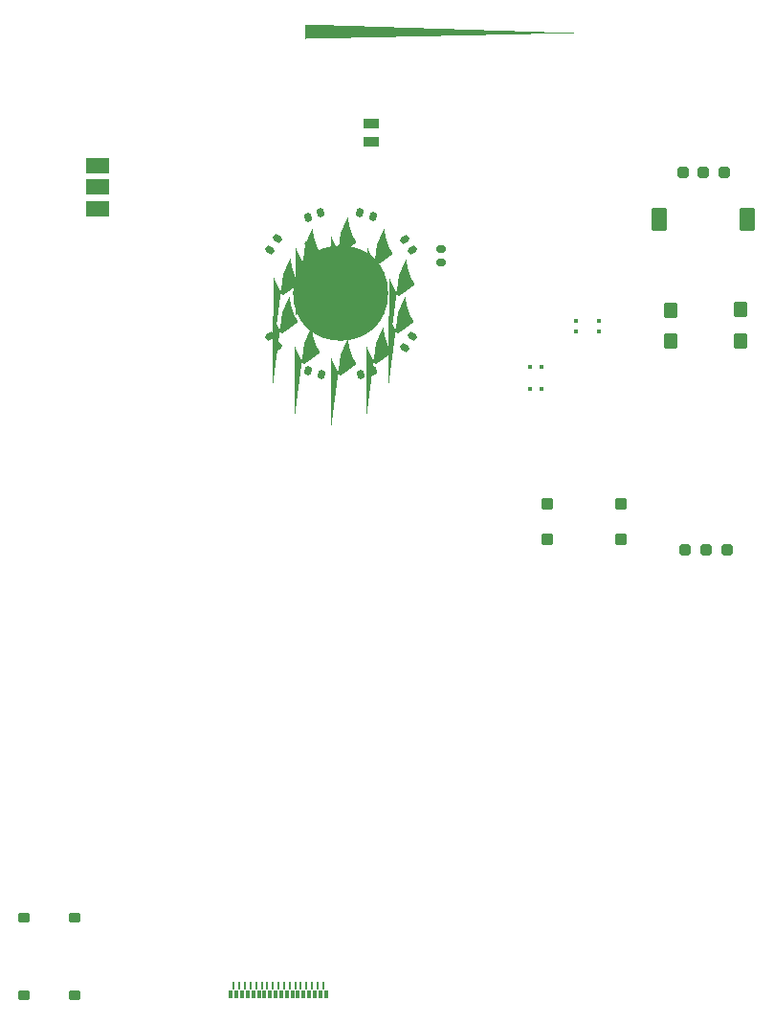
<source format=gtp>
%TF.GenerationSoftware,KiCad,Pcbnew,9.0.3*%
%TF.CreationDate,2025-09-14T16:33:05+03:00*%
%TF.ProjectId,Right,52696768-742e-46b6-9963-61645f706362,rev?*%
%TF.SameCoordinates,Original*%
%TF.FileFunction,Paste,Top*%
%TF.FilePolarity,Positive*%
%FSLAX46Y46*%
G04 Gerber Fmt 4.6, Leading zero omitted, Abs format (unit mm)*
G04 Created by KiCad (PCBNEW 9.0.3) date 2025-09-14 16:33:05*
%MOMM*%
%LPD*%
G01*
G04 APERTURE LIST*
G04 Aperture macros list*
%AMRoundRect*
0 Rectangle with rounded corners*
0 $1 Rounding radius*
0 $2 $3 $4 $5 $6 $7 $8 $9 X,Y pos of 4 corners*
0 Add a 4 corners polygon primitive as box body*
4,1,4,$2,$3,$4,$5,$6,$7,$8,$9,$2,$3,0*
0 Add four circle primitives for the rounded corners*
1,1,$1+$1,$2,$3*
1,1,$1+$1,$4,$5*
1,1,$1+$1,$6,$7*
1,1,$1+$1,$8,$9*
0 Add four rect primitives between the rounded corners*
20,1,$1+$1,$2,$3,$4,$5,0*
20,1,$1+$1,$4,$5,$6,$7,0*
20,1,$1+$1,$6,$7,$8,$9,0*
20,1,$1+$1,$8,$9,$2,$3,0*%
%AMFreePoly0*
4,1,72,0.663536,1.453536,0.664990,1.450312,0.674986,1.290376,0.684974,1.180502,0.694961,1.090620,0.704950,1.010707,0.714943,0.940757,0.734918,0.820906,0.764878,0.671101,0.824807,0.431389,0.834743,0.401581,0.834851,0.401213,0.844807,0.361389,0.934706,0.091692,0.964677,0.011772,1.004608,-0.088058,1.034593,-0.158023,1.074525,-0.247870,1.184421,-0.467662,1.234361,-0.557554,
1.274329,-0.627498,1.334250,-0.727365,1.404218,-0.837317,1.405000,-0.840001,1.405000,-0.860000,1.403536,-0.863536,1.402936,-0.864047,-0.017064,-1.894047,-0.020786,-1.894938,-0.024047,-1.892936,-0.094096,-1.792867,-0.094218,-1.792684,-0.164258,-1.682620,-0.244258,-1.552620,-0.244341,-1.552480,-0.324341,-1.412481,-0.384389,-1.302394,-0.384472,-1.302236,-0.524472,-1.022236,-0.524569,-1.022031,
-0.564525,-0.932131,-0.574472,-0.912236,-0.574596,-0.911970,-0.634596,-0.771971,-0.634642,-0.771857,-0.694683,-0.621756,-0.724682,-0.541756,-0.784714,-0.371664,-0.824743,-0.251582,-0.824789,-0.251437,-0.854808,-0.151375,-0.894808,-0.011374,-0.894852,-0.011213,-0.954851,0.228787,-0.954893,0.228971,-0.994893,0.418970,-1.024932,0.579178,-1.044932,0.699179,-1.044950,0.699293,-1.054950,0.769293,
-1.074969,0.929448,-1.084969,1.019448,-1.084984,1.019585,-1.094983,1.139584,-1.104990,1.279688,-1.114990,1.439688,-1.115000,1.440000,-1.115000,1.450000,-1.113536,1.453535,-1.110000,1.455000,0.660000,1.455000,0.663536,1.453536,0.663536,1.453536,$1*%
%AMFreePoly1*
4,1,7,0.150000,0.330000,0.150000,-0.365000,-0.150000,-0.365000,-0.150000,0.330000,-0.050000,0.370000,0.050000,0.370000,0.150000,0.330000,0.150000,0.330000,$1*%
%AMFreePoly2*
4,1,7,0.120000,-0.275000,0.050000,-0.315000,-0.050000,-0.315000,-0.120000,-0.275000,-0.120000,0.300000,0.120000,0.300000,0.120000,-0.275000,0.120000,-0.275000,$1*%
G04 Aperture macros list end*
%ADD10RoundRect,0.111111X-0.388889X-0.288889X0.388889X-0.288889X0.388889X0.288889X-0.388889X0.288889X0*%
%ADD11R,2.000000X1.400000*%
%ADD12RoundRect,0.178571X-0.321429X-0.321429X0.321429X-0.321429X0.321429X0.321429X-0.321429X0.321429X0*%
%ADD13RoundRect,0.100000X-0.100000X-0.100000X0.100000X-0.100000X0.100000X0.100000X-0.100000X0.100000X0*%
%ADD14RoundRect,0.150000X0.065404X0.284117X-0.219913X0.191412X-0.065404X-0.284117X0.219913X-0.191412X0*%
%ADD15RoundRect,0.150000X-0.223220X-0.187544X0.060436X-0.285215X0.223220X0.187544X-0.060436X0.285215X0*%
%ADD16RoundRect,0.150000X-0.290824X-0.020521X-0.118752X-0.266267X0.290824X0.020521X0.118752X0.266267X0*%
%ADD17RoundRect,0.150000X-0.060436X-0.285215X0.223220X-0.187544X0.060436X0.285215X-0.223220X0.187544X0*%
%ADD18FreePoly0,324.000000*%
%ADD19FreePoly0,288.000000*%
%ADD20FreePoly0,252.000000*%
%ADD21FreePoly0,216.000000*%
%ADD22FreePoly0,180.000000*%
%ADD23FreePoly0,144.000000*%
%ADD24FreePoly0,108.000000*%
%ADD25FreePoly0,72.000000*%
%ADD26FreePoly0,36.000000*%
%ADD27FreePoly0,0.000000*%
%ADD28C,0.858836*%
%ADD29C,8.420022*%
%ADD30RoundRect,0.150000X0.219913X0.191412X-0.065404X0.284117X-0.219913X-0.191412X0.065404X-0.284117X0*%
%ADD31RoundRect,0.150000X0.250000X-0.150000X0.250000X0.150000X-0.250000X0.150000X-0.250000X-0.150000X0*%
%ADD32RoundRect,0.138889X-0.361111X-0.361111X0.361111X-0.361111X0.361111X0.361111X-0.361111X0.361111X0*%
%ADD33RoundRect,0.080000X-0.620000X0.320000X-0.620000X-0.320000X0.620000X-0.320000X0.620000X0.320000X0*%
%ADD34RoundRect,0.100000X0.100000X-0.100000X0.100000X0.100000X-0.100000X0.100000X-0.100000X-0.100000X0*%
%ADD35RoundRect,0.150000X0.290422X0.025594X0.114086X0.268299X-0.290422X-0.025594X-0.114086X-0.268299X0*%
%ADD36FreePoly1,0.000000*%
%ADD37FreePoly2,0.000000*%
%ADD38RoundRect,0.140000X0.560000X0.860000X-0.560000X0.860000X-0.560000X-0.860000X0.560000X-0.860000X0*%
%ADD39RoundRect,0.178571X0.321429X0.321429X-0.321429X0.321429X-0.321429X-0.321429X0.321429X-0.321429X0*%
%ADD40RoundRect,0.150000X-0.114086X0.268299X-0.290422X0.025594X0.114086X-0.268299X0.290422X-0.025594X0*%
%ADD41RoundRect,0.150000X0.118752X-0.266267X0.290824X-0.020521X-0.118752X0.266267X-0.290824X0.020521X0*%
%ADD42RoundRect,0.120000X0.480000X0.580000X-0.480000X0.580000X-0.480000X-0.580000X0.480000X-0.580000X0*%
G04 APERTURE END LIST*
D10*
%TO.C,SW4*%
X89390000Y-179840000D03*
X89390000Y-173040000D03*
X84930000Y-179840000D03*
X84930000Y-173040000D03*
%TD*%
D11*
%TO.C,J6*%
X91420000Y-110340000D03*
X91420000Y-108440000D03*
X91420000Y-106540000D03*
%TD*%
D12*
%TO.C,J5*%
X143380000Y-140480000D03*
X145280000Y-140480000D03*
X147180000Y-140480000D03*
%TD*%
D13*
%TO.C,U1*%
X129730000Y-124300000D03*
X129730000Y-126300000D03*
X130730000Y-124300000D03*
X130730000Y-126300000D03*
%TD*%
D14*
%TO.C,R6*%
X115830634Y-124654590D03*
X114679856Y-125028500D03*
%TD*%
D15*
%TO.C,R3*%
X114652689Y-110644659D03*
X115796766Y-111038597D03*
%TD*%
D16*
%TO.C,R4*%
X118615854Y-113018509D03*
X119309882Y-114009683D03*
%TD*%
D17*
%TO.C,R2*%
X110052689Y-111065341D03*
X111196766Y-110671403D03*
%TD*%
D18*
%TO.C,SW1*%
X107820000Y-116120000D03*
D19*
X109790000Y-113440000D03*
D20*
X112980000Y-112430000D03*
D21*
X116140000Y-113480000D03*
D22*
X118080000Y-116180000D03*
D23*
X118060000Y-119520000D03*
D24*
X116080000Y-122200000D03*
D25*
X112910000Y-123210000D03*
D26*
X109740000Y-122160000D03*
D27*
X107800000Y-119450000D03*
D28*
X109310000Y-117820000D03*
D29*
X112970000Y-117830000D03*
%TD*%
D30*
%TO.C,R7*%
X111250634Y-124995410D03*
X110099856Y-124621500D03*
%TD*%
D31*
%TO.C,R9*%
X121810000Y-115100000D03*
X121810000Y-113890000D03*
%TD*%
D32*
%TO.C,SW3*%
X131250000Y-136450000D03*
X131250000Y-139550000D03*
X137750000Y-136450000D03*
X137750000Y-139550000D03*
%TD*%
D33*
%TO.C,BT1*%
X115625000Y-102850000D03*
X115625000Y-104450000D03*
%TD*%
D34*
%TO.C,U2*%
X133800000Y-121220000D03*
X135800000Y-121220000D03*
X133800000Y-120220000D03*
X135800000Y-120220000D03*
%TD*%
D35*
%TO.C,R8*%
X107372671Y-122565410D03*
X106661451Y-121586500D03*
%TD*%
D36*
%TO.C,J1*%
X103240000Y-179730000D03*
D37*
X103490000Y-178980000D03*
D36*
X103734118Y-179730000D03*
D37*
X103983750Y-178980000D03*
D36*
X104228235Y-179730000D03*
D37*
X104477500Y-178980000D03*
D36*
X104722353Y-179730000D03*
D37*
X104971250Y-178980000D03*
D36*
X105216471Y-179730000D03*
D37*
X105465000Y-178980000D03*
D36*
X105710588Y-179730000D03*
D37*
X105958750Y-178980000D03*
D36*
X106204706Y-179730000D03*
D37*
X106452500Y-178980000D03*
D36*
X106698824Y-179730000D03*
D37*
X106950000Y-178980000D03*
D36*
X107192941Y-179730000D03*
D37*
X107440000Y-178980000D03*
D36*
X107687059Y-179730000D03*
D37*
X107933750Y-178980000D03*
D36*
X108181176Y-179730000D03*
D37*
X108427500Y-178980000D03*
D36*
X108675294Y-179730000D03*
D37*
X108921250Y-178980000D03*
D36*
X109169412Y-179730000D03*
D37*
X109420000Y-178980000D03*
D36*
X109663529Y-179730000D03*
D37*
X109908750Y-178980000D03*
D36*
X110157647Y-179730000D03*
D37*
X110402500Y-178980000D03*
D36*
X110651765Y-179730000D03*
D37*
X110896250Y-178980000D03*
D36*
X111145882Y-179730000D03*
D37*
X111390000Y-178980000D03*
D36*
X111640000Y-179730000D03*
%TD*%
D38*
%TO.C,RV1*%
X148950000Y-111300000D03*
D39*
X146870000Y-107120000D03*
X145040000Y-107100000D03*
X143220000Y-107100000D03*
D38*
X141140000Y-111290000D03*
%TD*%
D40*
%TO.C,R5*%
X119312671Y-121644590D03*
X118601451Y-122623500D03*
%TD*%
D41*
%TO.C,R1*%
X106655854Y-114001491D03*
X107349882Y-113010317D03*
%TD*%
D42*
%TO.C,SW2*%
X148340000Y-119260000D03*
X148340000Y-122050000D03*
X142110000Y-119280000D03*
X142110000Y-122040000D03*
%TD*%
M02*

</source>
